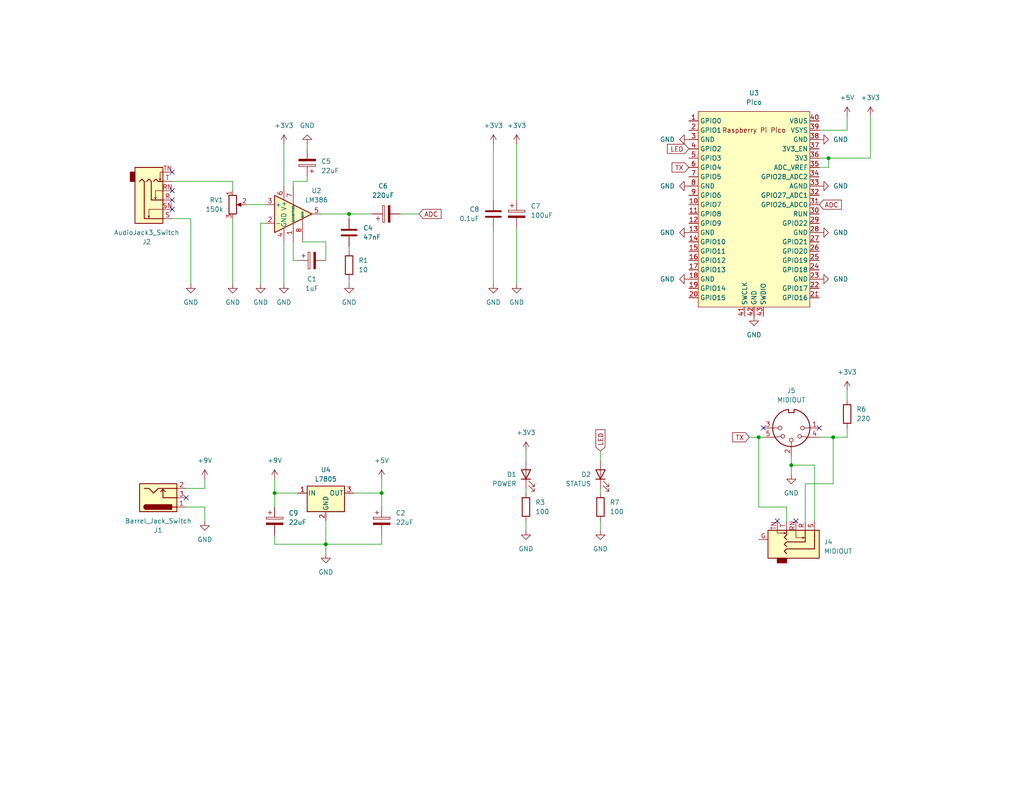
<source format=kicad_sch>
(kicad_sch (version 20230121) (generator eeschema)
  (paper "USLetter")
  (title_block (title "Pico Guitar Midi Tracker") (date "2023-09-30") (rev "Rev1") (company "D Cooper Dalrymple"))
  (lib_symbols
    (symbol "Amplifier_Audio:LM386" (pin_names (offset 0.127))
      (property "Reference" "U" (at 1.27 7.62 0))
      (property "Value" "LM386" (at 1.27 5.08 0))
      (symbol "LM386_0_1"
        (polyline (pts (xy 5.08 0) (xy -5.08 5.08) (xy -5.08 -5.08) (xy 5.08 0)) (stroke (width 0.254)) (fill (type background)))
      )
      (symbol "LM386_1_1"
        (pin input line (at 0 -7.62 90) (length 5.08) (name "GAIN") (number "1"))
        (pin input line (at -7.62 -2.54 0) (length 2.54) (name "-") (number "2"))
        (pin input line (at -7.62 2.54 0) (length 2.54) (name "+") (number "3"))
        (pin power_in line (at -2.54 -7.62 90) (length 3.81) (name "GND") (number "4"))
        (pin output line (at 7.62 0 180) (length 2.54) (name "~") (number "5"))
        (pin power_in line (at -2.54 7.62 270) (length 3.81) (name "V+") (number "6"))
        (pin input line (at 0 7.62 270) (length 5.08) (name "BYPASS") (number "7"))
        (pin input line (at 2.54 -7.62 90) (length 6.35) (name "GAIN") (number "8"))
      )
    )
    (symbol "Connector:Barrel_Jack_Switch" (pin_names hide)
      (property "Reference" "J" (at 0 5.334 0))
      (property "Value" "Barrel_Jack_Switch" (at 0 -5.08 0))
      (symbol "Barrel_Jack_Switch_0_1"
        (rectangle (start -5.08 3.81) (end 5.08 -3.81) (stroke (width 0.254)) (fill (type background)))
        (arc (start -3.302 3.175) (mid -3.9343 2.54) (end -3.302 1.905) (stroke (width 0.254)))
        (arc (start -3.302 3.175) (mid -3.9343 2.54) (end -3.302 1.905) (stroke (width 0.254)) (fill (type outline)))
        (polyline (pts (xy 1.27 -2.286) (xy 1.905 -1.651)) (stroke (width 0.254)))
        (polyline (pts (xy 5.08 2.54) (xy 3.81 2.54)) (stroke (width 0.254)))
        (polyline (pts (xy 5.08 0) (xy 1.27 0) (xy 1.27 -2.286) (xy 0.635 -1.651)) (stroke (width 0.254)))
        (polyline (pts (xy -3.81 -2.54) (xy -2.54 -2.54) (xy -1.27 -1.27) (xy 0 -2.54) (xy 2.54 -2.54) (xy 5.08 -2.54)) (stroke (width 0.254)))
        (rectangle (start 3.683 3.175) (end -3.302 1.905) (stroke (width 0.254)) (fill (type outline)))
      )
      (symbol "Barrel_Jack_Switch_1_1"
        (pin passive line (at 7.62 2.54 180) (length 2.54) (name "~") (number "1"))
        (pin passive line (at 7.62 -2.54 180) (length 2.54) (name "~") (number "2"))
        (pin passive line (at 7.62 0 180) (length 2.54) (name "~") (number "3"))
      )
    )
    (symbol "Connector:DIN-5_180degree" (pin_names (offset 1.016))
      (property "Reference" "J" (at 3.175 5.715 0))
      (property "Value" "DIN-5_180degree" (at 0 -6.35 0))
      (symbol "DIN-5_180degree_0_1"
        (arc (start -5.08 0) (mid -3.8609 -3.3364) (end -0.762 -5.08) (stroke (width 0.254)))
        (circle (center -3.048 0) (radius 0.508))
        (circle (center -2.286 2.286) (radius 0.508))
        (polyline (pts (xy -5.08 0) (xy -3.556 0)))
        (polyline (pts (xy 0 5.08) (xy 0 3.81)))
        (polyline (pts (xy 5.08 0) (xy 3.556 0)))
        (polyline (pts (xy -5.08 2.54) (xy -4.318 2.54) (xy -2.794 2.286)))
        (polyline (pts (xy 5.08 2.54) (xy 4.318 2.54) (xy 2.794 2.286)))
        (polyline (pts (xy -0.762 -4.953) (xy -0.762 -4.191) (xy 0.762 -4.191) (xy 0.762 -4.953)) (stroke (width 0.254)))
        (circle (center 0 3.302) (radius 0.508))
        (arc (start 0.762 -5.08) (mid 3.8685 -3.343) (end 5.08 0) (stroke (width 0.254)))
        (circle (center 2.286 2.286) (radius 0.508))
        (circle (center 3.048 0) (radius 0.508))
        (arc (start 5.08 0) (mid 0 5.0579) (end -5.08 0) (stroke (width 0.254)))
      )
      (symbol "DIN-5_180degree_1_1"
        (pin passive line (at -7.62 0 0) (length 2.54) (name "~") (number "1"))
        (pin passive line (at 0 7.62 270) (length 2.54) (name "~") (number "2"))
        (pin passive line (at 7.62 0 180) (length 2.54) (name "~") (number "3"))
        (pin passive line (at -7.62 2.54 0) (length 2.54) (name "~") (number "4"))
        (pin passive line (at 7.62 2.54 180) (length 2.54) (name "~") (number "5"))
      )
    )
    (symbol "Connector_Audio:AudioJack3_Ground_SwitchTR"
      (property "Reference" "J" (at 0 8.89 0))
      (property "Value" "AudioJack3_Ground_SwitchTR" (at 0 6.35 0))
      (symbol "AudioJack3_Ground_SwitchTR_0_1"
        (rectangle (start -5.08 -5.08) (end -6.35 -7.62) (stroke (width 0.254)) (fill (type outline)))
        (polyline (pts (xy 0.508 -0.254) (xy 0.762 -0.762)))
        (polyline (pts (xy 1.778 -5.334) (xy 2.032 -5.842)))
        (polyline (pts (xy 0 -5.08) (xy 0.635 -5.715) (xy 1.27 -5.08) (xy 2.54 -5.08)) (stroke (width 0.254)))
        (polyline (pts (xy 2.54 -7.62) (xy 1.778 -7.62) (xy 1.778 -5.334) (xy 1.524 -5.842)))
        (polyline (pts (xy 2.54 -2.54) (xy 0.508 -2.54) (xy 0.508 -0.254) (xy 0.254 -0.762)))
        (polyline (pts (xy -1.905 -5.08) (xy -1.27 -5.715) (xy -0.635 -5.08) (xy -0.635 0) (xy 2.54 0)) (stroke (width 0.254)))
        (polyline (pts (xy 2.54 2.54) (xy -2.54 2.54) (xy -2.54 -5.08) (xy -3.175 -5.715) (xy -3.81 -5.08)) (stroke (width 0.254)))
        (rectangle (start 2.54 3.81) (end -5.08 -10.16) (stroke (width 0.254)) (fill (type background)))
      )
      (symbol "AudioJack3_Ground_SwitchTR_1_1"
        (pin passive line (at 0 -12.7 90) (length 2.54) (name "~") (number "G"))
        (pin passive line (at 5.08 0 180) (length 2.54) (name "~") (number "R"))
        (pin passive line (at 5.08 -2.54 180) (length 2.54) (name "~") (number "RN"))
        (pin passive line (at 5.08 2.54 180) (length 2.54) (name "~") (number "S"))
        (pin passive line (at 5.08 -5.08 180) (length 2.54) (name "~") (number "T"))
        (pin passive line (at 5.08 -7.62 180) (length 2.54) (name "~") (number "TN"))
      )
    )
    (symbol "Connector_Audio:AudioJack3_Switch"
      (property "Reference" "J" (at 0 11.43 0))
      (property "Value" "AudioJack3_Switch" (at 0 8.89 0))
      (symbol "AudioJack3_Switch_0_1"
        (rectangle (start -5.08 -5.08) (end -6.35 -7.62) (stroke (width 0.254)) (fill (type outline)))
        (polyline (pts (xy -1.27 4.826) (xy -1.016 4.318)))
        (polyline (pts (xy 0.508 -0.254) (xy 0.762 -0.762)))
        (polyline (pts (xy 1.778 -5.334) (xy 2.032 -5.842)))
        (polyline (pts (xy 0 -5.08) (xy 0.635 -5.715) (xy 1.27 -5.08) (xy 2.54 -5.08)) (stroke (width 0.254)))
        (polyline (pts (xy 2.54 -7.62) (xy 1.778 -7.62) (xy 1.778 -5.334) (xy 1.524 -5.842)))
        (polyline (pts (xy 2.54 -2.54) (xy 0.508 -2.54) (xy 0.508 -0.254) (xy 0.254 -0.762)))
        (polyline (pts (xy 2.54 2.54) (xy -1.27 2.54) (xy -1.27 4.826) (xy -1.524 4.318)))
        (polyline (pts (xy -1.905 -5.08) (xy -1.27 -5.715) (xy -0.635 -5.08) (xy -0.635 0) (xy 2.54 0)) (stroke (width 0.254)))
        (polyline (pts (xy 2.54 5.08) (xy -2.54 5.08) (xy -2.54 -5.08) (xy -3.175 -5.715) (xy -3.81 -5.08)) (stroke (width 0.254)))
        (rectangle (start 2.54 6.35) (end -5.08 -8.89) (stroke (width 0.254)) (fill (type background)))
      )
      (symbol "AudioJack3_Switch_1_1"
        (pin passive line (at 5.08 0 180) (length 2.54) (name "~") (number "R"))
        (pin passive line (at 5.08 -2.54 180) (length 2.54) (name "~") (number "RN"))
        (pin passive line (at 5.08 5.08 180) (length 2.54) (name "~") (number "S"))
        (pin passive line (at 5.08 2.54 180) (length 2.54) (name "~") (number "SN"))
        (pin passive line (at 5.08 -5.08 180) (length 2.54) (name "~") (number "T"))
        (pin passive line (at 5.08 -7.62 180) (length 2.54) (name "~") (number "TN"))
      )
    )
    (symbol "Device:C" (pin_numbers hide) (pin_names (offset 0.254))
      (property "Reference" "C" (at 0.635 2.54 0))
      (property "Value" "C" (at 0.635 -2.54 0))
      (symbol "C_0_1"
        (polyline (pts (xy -2.032 -0.762) (xy 2.032 -0.762)) (stroke (width 0.508)))
        (polyline (pts (xy -2.032 0.762) (xy 2.032 0.762)) (stroke (width 0.508)))
      )
      (symbol "C_1_1"
        (pin passive line (at 0 3.81 270) (length 2.794) (name "~") (number "1"))
        (pin passive line (at 0 -3.81 90) (length 2.794) (name "~") (number "2"))
      )
    )
    (symbol "Device:C_Polarized" (pin_numbers hide) (pin_names (offset 0.254))
      (property "Reference" "C" (at 0.635 2.54 0))
      (property "Value" "C_Polarized" (at 0.635 -2.54 0))
      (symbol "C_Polarized_0_1"
        (rectangle (start -2.286 0.508) (end 2.286 1.016))
        (polyline (pts (xy -1.778 2.286) (xy -0.762 2.286)))
        (polyline (pts (xy -1.27 2.794) (xy -1.27 1.778)))
        (rectangle (start 2.286 -0.508) (end -2.286 -1.016) (fill (type outline)))
      )
      (symbol "C_Polarized_1_1"
        (pin passive line (at 0 3.81 270) (length 2.794) (name "~") (number "1"))
        (pin passive line (at 0 -3.81 90) (length 2.794) (name "~") (number "2"))
      )
    )
    (symbol "Device:LED" (pin_numbers hide) (pin_names (offset 1.016) hide)
      (property "Reference" "D" (at 0 2.54 0))
      (property "Value" "LED" (at 0 -2.54 0))
      (symbol "LED_0_1"
        (polyline (pts (xy -1.27 -1.27) (xy -1.27 1.27)) (stroke (width 0.254)))
        (polyline (pts (xy -1.27 0) (xy 1.27 0)))
        (polyline (pts (xy 1.27 -1.27) (xy 1.27 1.27) (xy -1.27 0) (xy 1.27 -1.27)) (stroke (width 0.254)))
        (polyline (pts (xy -3.048 -0.762) (xy -4.572 -2.286) (xy -3.81 -2.286) (xy -4.572 -2.286) (xy -4.572 -1.524)))
        (polyline (pts (xy -1.778 -0.762) (xy -3.302 -2.286) (xy -2.54 -2.286) (xy -3.302 -2.286) (xy -3.302 -1.524)))
      )
      (symbol "LED_1_1"
        (pin passive line (at -3.81 0 0) (length 2.54) (name "K") (number "1"))
        (pin passive line (at 3.81 0 180) (length 2.54) (name "A") (number "2"))
      )
    )
    (symbol "Device:R" (pin_numbers hide) (pin_names (offset 0))
      (property "Reference" "R" (at 2.032 0 90))
      (property "Value" "R" (at 0 0 90))
      (symbol "R_0_1"
        (rectangle (start -1.016 -2.54) (end 1.016 2.54) (stroke (width 0.254)))
      )
      (symbol "R_1_1"
        (pin passive line (at 0 3.81 270) (length 1.27) (name "~") (number "1"))
        (pin passive line (at 0 -3.81 90) (length 1.27) (name "~") (number "2"))
      )
    )
    (symbol "Device:R_Potentiometer" (pin_names (offset 1.016) hide)
      (property "Reference" "RV" (at -4.445 0 90))
      (property "Value" "R_Potentiometer" (at -2.54 0 90))
      (symbol "R_Potentiometer_0_1"
        (polyline (pts (xy 2.54 0) (xy 1.524 0)))
        (polyline (pts (xy 1.143 0) (xy 2.286 0.508) (xy 2.286 -0.508) (xy 1.143 0)) (fill (type outline)))
        (rectangle (start 1.016 2.54) (end -1.016 -2.54) (stroke (width 0.254)))
      )
      (symbol "R_Potentiometer_1_1"
        (pin passive line (at 0 3.81 270) (length 1.27) (name "1") (number "1"))
        (pin passive line (at 3.81 0 180) (length 1.27) (name "2") (number "2"))
        (pin passive line (at 0 -3.81 90) (length 1.27) (name "3") (number "3"))
      )
    )
    (symbol "MCU_RaspberryPi_and_Boards:Pico"
      (property "Reference" "U" (at -13.97 27.94 0))
      (property "Value" "Pico" (at 0 19.05 0))
      (symbol "Pico_0_0"
        (text "Raspberry Pi Pico" (at 0 21.59 0) (effects (font (size 1.27 1.27))))
      )
      (symbol "Pico_0_1"
        (rectangle (start -15.24 26.67) (end 15.24 -26.67) (fill (type background)))
      )
      (symbol "Pico_1_1"
        (pin bidirectional line (at -17.78 24.13 0) (length 2.54) (name "GPIO0") (number "1"))
        (pin bidirectional line (at -17.78 1.27 0) (length 2.54) (name "GPIO7") (number "10"))
        (pin bidirectional line (at -17.78 -1.27 0) (length 2.54) (name "GPIO8") (number "11"))
        (pin bidirectional line (at -17.78 -3.81 0) (length 2.54) (name "GPIO9") (number "12"))
        (pin power_in line (at -17.78 -6.35 0) (length 2.54) (name "GND") (number "13"))
        (pin bidirectional line (at -17.78 -8.89 0) (length 2.54) (name "GPIO10") (number "14"))
        (pin bidirectional line (at -17.78 -11.43 0) (length 2.54) (name "GPIO11") (number "15"))
        (pin bidirectional line (at -17.78 -13.97 0) (length 2.54) (name "GPIO12") (number "16"))
        (pin bidirectional line (at -17.78 -16.51 0) (length 2.54) (name "GPIO13") (number "17"))
        (pin power_in line (at -17.78 -19.05 0) (length 2.54) (name "GND") (number "18"))
        (pin bidirectional line (at -17.78 -21.59 0) (length 2.54) (name "GPIO14") (number "19"))
        (pin bidirectional line (at -17.78 21.59 0) (length 2.54) (name "GPIO1") (number "2"))
        (pin bidirectional line (at -17.78 -24.13 0) (length 2.54) (name "GPIO15") (number "20"))
        (pin bidirectional line (at 17.78 -24.13 180) (length 2.54) (name "GPIO16") (number "21"))
        (pin bidirectional line (at 17.78 -21.59 180) (length 2.54) (name "GPIO17") (number "22"))
        (pin power_in line (at 17.78 -19.05 180) (length 2.54) (name "GND") (number "23"))
        (pin bidirectional line (at 17.78 -16.51 180) (length 2.54) (name "GPIO18") (number "24"))
        (pin bidirectional line (at 17.78 -13.97 180) (length 2.54) (name "GPIO19") (number "25"))
        (pin bidirectional line (at 17.78 -11.43 180) (length 2.54) (name "GPIO20") (number "26"))
        (pin bidirectional line (at 17.78 -8.89 180) (length 2.54) (name "GPIO21") (number "27"))
        (pin power_in line (at 17.78 -6.35 180) (length 2.54) (name "GND") (number "28"))
        (pin bidirectional line (at 17.78 -3.81 180) (length 2.54) (name "GPIO22") (number "29"))
        (pin power_in line (at -17.78 19.05 0) (length 2.54) (name "GND") (number "3"))
        (pin input line (at 17.78 -1.27 180) (length 2.54) (name "RUN") (number "30"))
        (pin bidirectional line (at 17.78 1.27 180) (length 2.54) (name "GPIO26_ADC0") (number "31"))
        (pin bidirectional line (at 17.78 3.81 180) (length 2.54) (name "GPIO27_ADC1") (number "32"))
        (pin power_in line (at 17.78 6.35 180) (length 2.54) (name "AGND") (number "33"))
        (pin bidirectional line (at 17.78 8.89 180) (length 2.54) (name "GPIO28_ADC2") (number "34"))
        (pin power_in line (at 17.78 11.43 180) (length 2.54) (name "ADC_VREF") (number "35"))
        (pin power_in line (at 17.78 13.97 180) (length 2.54) (name "3V3") (number "36"))
        (pin input line (at 17.78 16.51 180) (length 2.54) (name "3V3_EN") (number "37"))
        (pin bidirectional line (at 17.78 19.05 180) (length 2.54) (name "GND") (number "38"))
        (pin power_in line (at 17.78 21.59 180) (length 2.54) (name "VSYS") (number "39"))
        (pin bidirectional line (at -17.78 16.51 0) (length 2.54) (name "GPIO2") (number "4"))
        (pin power_in line (at 17.78 24.13 180) (length 2.54) (name "VBUS") (number "40"))
        (pin input line (at -2.54 -29.21 90) (length 2.54) (name "SWCLK") (number "41"))
        (pin power_in line (at 0 -29.21 90) (length 2.54) (name "GND") (number "42"))
        (pin bidirectional line (at 2.54 -29.21 90) (length 2.54) (name "SWDIO") (number "43"))
        (pin bidirectional line (at -17.78 13.97 0) (length 2.54) (name "GPIO3") (number "5"))
        (pin bidirectional line (at -17.78 11.43 0) (length 2.54) (name "GPIO4") (number "6"))
        (pin bidirectional line (at -17.78 8.89 0) (length 2.54) (name "GPIO5") (number "7"))
        (pin power_in line (at -17.78 6.35 0) (length 2.54) (name "GND") (number "8"))
        (pin bidirectional line (at -17.78 3.81 0) (length 2.54) (name "GPIO6") (number "9"))
      )
    )
    (symbol "Regulator_Linear:L7805" (pin_names (offset 0.254))
      (property "Reference" "U" (at -3.81 3.175 0))
      (property "Value" "L7805" (at 0 3.175 0))
      (symbol "L7805_0_1"
        (rectangle (start -5.08 1.905) (end 5.08 -5.08) (stroke (width 0.254)) (fill (type background)))
      )
      (symbol "L7805_1_1"
        (pin power_in line (at -7.62 0 0) (length 2.54) (name "IN") (number "1"))
        (pin power_in line (at 0 -7.62 90) (length 2.54) (name "GND") (number "2"))
        (pin power_out line (at 7.62 0 180) (length 2.54) (name "OUT") (number "3"))
      )
    )
    (symbol "power:+3V3" (power) (pin_names (offset 0))
      (property "Value" "+3V3" (at 0 3.556 0))
      (symbol "+3V3_0_1"
        (polyline (pts (xy -0.762 1.27) (xy 0 2.54)))
        (polyline (pts (xy 0 0) (xy 0 2.54)))
        (polyline (pts (xy 0 2.54) (xy 0.762 1.27)))
      )
      (symbol "+3V3_1_1"
        (pin power_in line (at 0 0 90) (length 0) hide (name "+3V3") (number "1"))
      )
    )
    (symbol "power:+5V" (power) (pin_names (offset 0))
      (property "Value" "+5V" (at 0 3.556 0))
      (symbol "+5V_0_1"
        (polyline (pts (xy -0.762 1.27) (xy 0 2.54)))
        (polyline (pts (xy 0 0) (xy 0 2.54)))
        (polyline (pts (xy 0 2.54) (xy 0.762 1.27)))
      )
      (symbol "+5V_1_1"
        (pin power_in line (at 0 0 90) (length 0) hide (name "+5V") (number "1"))
      )
    )
    (symbol "power:+9V" (power) (pin_names (offset 0))
      (property "Value" "+9V" (at 0 3.556 0))
      (symbol "+9V_0_1"
        (polyline (pts (xy -0.762 1.27) (xy 0 2.54)))
        (polyline (pts (xy 0 0) (xy 0 2.54)))
        (polyline (pts (xy 0 2.54) (xy 0.762 1.27)))
      )
      (symbol "+9V_1_1"
        (pin power_in line (at 0 0 90) (length 0) hide (name "+9V") (number "1"))
      )
    )
    (symbol "power:GND" (power) (pin_names (offset 0))
      (property "Value" "GND" (at 0 -3.81 0))
      (symbol "GND_0_1"
        (polyline (pts (xy 0 0) (xy 0 -1.27) (xy 1.27 -1.27) (xy 0 -2.54) (xy -1.27 -1.27) (xy 0 -1.27)))
      )
      (symbol "GND_1_1"
        (pin power_in line (at 0 0 270) (length 0) hide (name "GND") (number "1"))
      )
    )
  )
  (junction (at 227.33 119.38))
  (junction (at 226.06 43.18))
  (junction (at 74.93 134.62))
  (junction (at 88.9 148.59))
  (junction (at 207.01 119.38))
  (junction (at 95.25 58.42))
  (junction (at 104.14 134.62))
  (junction (at 215.9 127))
  (no_connect (at 212.09 142.24))
  (no_connect (at 50.8 135.89))
  (no_connect (at 208.28 116.84))
  (no_connect (at 217.17 142.24))
  (no_connect (at 223.52 116.84))
  (no_connect (at 46.99 46.99))
  (no_connect (at 46.99 57.15))
  (no_connect (at 46.99 52.07))
  (no_connect (at 46.99 54.61))
  (wire (pts (xy 63.5 49.53) (xy 46.99 49.53)))
  (wire (pts (xy 55.88 130.81) (xy 55.88 133.35)))
  (wire (pts (xy 80.01 49.53) (xy 80.01 50.8)))
  (wire (pts (xy 237.49 31.75) (xy 237.49 43.18)))
  (wire (pts (xy 63.5 59.69) (xy 63.5 77.47)))
  (wire (pts (xy 237.49 43.18) (xy 226.06 43.18)))
  (wire (pts (xy 219.71 142.24) (xy 219.71 132.08)))
  (wire (pts (xy 134.62 39.37) (xy 134.62 54.61)))
  (wire (pts (xy 231.14 106.68) (xy 231.14 109.22)))
  (wire (pts (xy 83.82 49.53) (xy 80.01 49.53)))
  (wire (pts (xy 231.14 119.38) (xy 231.14 116.84)))
  (wire (pts (xy 95.25 67.31) (xy 95.25 68.58)))
  (wire (pts (xy 163.83 123.19) (xy 163.83 125.73)))
  (wire (pts (xy 143.51 133.35) (xy 143.51 134.62)))
  (wire (pts (xy 50.8 138.43) (xy 55.88 138.43)))
  (wire (pts (xy 140.97 62.23) (xy 140.97 77.47)))
  (wire (pts (xy 88.9 142.24) (xy 88.9 148.59)))
  (wire (pts (xy 83.82 39.37) (xy 83.82 40.64)))
  (wire (pts (xy 87.63 58.42) (xy 95.25 58.42)))
  (wire (pts (xy 215.9 127) (xy 222.25 127)))
  (wire (pts (xy 140.97 39.37) (xy 140.97 54.61)))
  (wire (pts (xy 134.62 62.23) (xy 134.62 77.47)))
  (wire (pts (xy 72.39 60.96) (xy 71.12 60.96)))
  (wire (pts (xy 223.52 43.18) (xy 226.06 43.18)))
  (wire (pts (xy 88.9 148.59) (xy 104.14 148.59)))
  (wire (pts (xy 207.01 138.43) (xy 214.63 138.43)))
  (wire (pts (xy 74.93 130.81) (xy 74.93 134.62)))
  (wire (pts (xy 95.25 58.42) (xy 101.6 58.42)))
  (wire (pts (xy 114.3 58.42) (xy 109.22 58.42)))
  (wire (pts (xy 55.88 138.43) (xy 55.88 142.24)))
  (wire (pts (xy 104.14 130.81) (xy 104.14 134.62)))
  (wire (pts (xy 88.9 148.59) (xy 88.9 151.13)))
  (wire (pts (xy 143.51 142.24) (xy 143.51 144.78)))
  (wire (pts (xy 219.71 132.08) (xy 227.33 132.08)))
  (wire (pts (xy 226.06 43.18) (xy 226.06 45.72)))
  (wire (pts (xy 104.14 146.05) (xy 104.14 148.59)))
  (wire (pts (xy 231.14 31.75) (xy 231.14 35.56)))
  (wire (pts (xy 215.9 129.54) (xy 215.9 127)))
  (wire (pts (xy 204.47 119.38) (xy 207.01 119.38)))
  (wire (pts (xy 104.14 134.62) (xy 96.52 134.62)))
  (wire (pts (xy 74.93 134.62) (xy 74.93 138.43)))
  (wire (pts (xy 214.63 138.43) (xy 214.63 142.24)))
  (wire (pts (xy 163.83 133.35) (xy 163.83 134.62)))
  (wire (pts (xy 104.14 134.62) (xy 104.14 138.43)))
  (wire (pts (xy 55.88 133.35) (xy 50.8 133.35)))
  (wire (pts (xy 77.47 77.47) (xy 77.47 66.04)))
  (wire (pts (xy 215.9 127) (xy 215.9 124.46)))
  (wire (pts (xy 226.06 45.72) (xy 223.52 45.72)))
  (wire (pts (xy 163.83 142.24) (xy 163.83 144.78)))
  (wire (pts (xy 222.25 127) (xy 222.25 142.24)))
  (wire (pts (xy 95.25 59.69) (xy 95.25 58.42)))
  (wire (pts (xy 80.01 66.04) (xy 80.01 71.12)))
  (wire (pts (xy 71.12 60.96) (xy 71.12 77.47)))
  (wire (pts (xy 223.52 119.38) (xy 227.33 119.38)))
  (wire (pts (xy 143.51 123.19) (xy 143.51 125.73)))
  (wire (pts (xy 52.07 59.69) (xy 52.07 77.47)))
  (wire (pts (xy 207.01 119.38) (xy 208.28 119.38)))
  (wire (pts (xy 95.25 76.2) (xy 95.25 77.47)))
  (wire (pts (xy 83.82 48.26) (xy 83.82 49.53)))
  (wire (pts (xy 74.93 134.62) (xy 81.28 134.62)))
  (wire (pts (xy 74.93 146.05) (xy 74.93 148.59)))
  (wire (pts (xy 227.33 132.08) (xy 227.33 119.38)))
  (wire (pts (xy 82.55 66.04) (xy 88.9 66.04)))
  (wire (pts (xy 80.01 71.12) (xy 81.28 71.12)))
  (wire (pts (xy 77.47 39.37) (xy 77.47 50.8)))
  (wire (pts (xy 231.14 35.56) (xy 223.52 35.56)))
  (wire (pts (xy 88.9 66.04) (xy 88.9 71.12)))
  (wire (pts (xy 63.5 52.07) (xy 63.5 49.53)))
  (wire (pts (xy 207.01 119.38) (xy 207.01 138.43)))
  (wire (pts (xy 67.31 55.88) (xy 72.39 55.88)))
  (wire (pts (xy 74.93 148.59) (xy 88.9 148.59)))
  (wire (pts (xy 46.99 59.69) (xy 52.07 59.69)))
  (wire (pts (xy 227.33 119.38) (xy 231.14 119.38)))
  (global_label "LED" (shape input) (at 187.96 40.64 180) (property "Intersheetrefs" "${INTERSHEET_REFS}" (effects hide)))
  (global_label "TX" (shape input) (at 204.47 119.38 180) (property "Intersheetrefs" "${INTERSHEET_REFS}" (effects hide)))
  (global_label "TX" (shape input) (at 187.96 45.72 180) (property "Intersheetrefs" "${INTERSHEET_REFS}" (effects hide)))
  (global_label "ADC" (shape input) (at 223.52 55.88 0) (property "Intersheetrefs" "${INTERSHEET_REFS}" (effects hide)))
  (global_label "ADC" (shape input) (at 114.3 58.42 0) (property "Intersheetrefs" "${INTERSHEET_REFS}" (effects hide)))
  (global_label "LED" (shape input) (at 163.83 123.19 90) (property "Intersheetrefs" "${INTERSHEET_REFS}" (effects hide)))
  (symbol (lib_id "Device:R_Potentiometer") (at 63.5 55.88 0) (unit 1)
    (property "Reference" "RV1" (at 60.96 54.61 0) (effects (justify right)))
    (property "Value" "150k" (at 60.96 57.15 0) (effects (justify right)))
  )
  (symbol (lib_id "power:GND") (at 140.97 77.47 0) (unit 1)
    (property "Reference" "#PWR032" (effects hide))
    (property "Value" "GND" (at 140.97 82.55 0))
  )
  (symbol (lib_id "power:+3V3") (at 237.49 31.75 0) (unit 1)
    (property "Reference" "#PWR022" (effects hide))
    (property "Value" "+3V3" (at 237.49 26.67 0))
  )
  (symbol (lib_id "power:+3V3") (at 143.51 123.19 0) (unit 1)
    (property "Reference" "#PWR023" (effects hide))
    (property "Value" "+3V3" (at 143.51 118.11 0))
  )
  (symbol (lib_id "power:GND") (at 215.9 129.54 0) (unit 1)
    (property "Reference" "#PWR024" (effects hide))
    (property "Value" "GND" (at 215.9 134.62 0))
  )
  (symbol (lib_id "power:GND") (at 187.96 63.5 270) (unit 1)
    (property "Reference" "#PWR015" (effects hide))
    (property "Value" "GND" (at 184.15 63.5 90) (effects (justify right)))
  )
  (symbol (lib_id "Device:LED") (at 143.51 129.54 90) (unit 1)
    (property "Reference" "D1" (at 140.97 129.54 90) (effects (justify left)))
    (property "Value" "POWER" (at 140.97 132.08 90) (effects (justify left)))
  )
  (symbol (lib_id "power:GND") (at 187.96 38.1 270) (unit 1)
    (property "Reference" "#PWR013" (effects hide))
    (property "Value" "GND" (at 184.15 38.1 90) (effects (justify right)))
  )
  (symbol (lib_id "Regulator_Linear:L7805") (at 88.9 134.62 0) (unit 1)
    (property "Reference" "U4" (at 88.9 128.27 0))
    (property "Value" "L7805" (at 88.9 130.81 0))
    (property "Datasheet" "http://www.st.com/content/ccc/resource/technical/document/datasheet/41/4f/b3/b0/12/d4/47/88/CD00000444.pdf/files/CD00000444.pdf/jcr:content/translations/en.CD00000444.pdf" (effects hide))
  )
  (symbol (lib_id "power:GND") (at 52.07 77.47 0) (unit 1)
    (property "Reference" "#PWR026" (effects hide))
    (property "Value" "GND" (at 52.07 82.55 0))
  )
  (symbol (lib_id "power:GND") (at 88.9 151.13 0) (unit 1)
    (property "Reference" "#PWR07" (effects hide))
    (property "Value" "GND" (at 88.9 156.21 0))
  )
  (symbol (lib_id "power:+9V") (at 74.93 130.81 0) (unit 1)
    (property "Reference" "#PWR05" (effects hide))
    (property "Value" "+9V" (at 74.93 125.73 0))
  )
  (symbol (lib_id "Device:C") (at 95.25 63.5 180) (unit 1)
    (property "Reference" "C4" (at 99.06 62.23 0) (effects (justify right)))
    (property "Value" "47nF" (at 99.06 64.77 0) (effects (justify right)))
  )
  (symbol (lib_id "power:+3V3") (at 231.14 106.68 0) (unit 1)
    (property "Reference" "#PWR025" (effects hide))
    (property "Value" "+3V3" (at 231.14 101.6 0))
  )
  (symbol (lib_id "power:GND") (at 77.47 77.47 0) (unit 1)
    (property "Reference" "#PWR010" (effects hide))
    (property "Value" "GND" (at 77.47 82.55 0))
  )
  (symbol (lib_id "MCU_RaspberryPi_and_Boards:Pico") (at 205.74 57.15 0) (unit 1)
    (property "Reference" "U3" (at 205.74 25.4 0))
    (property "Value" "Pico" (at 205.74 27.94 0))
    (property "Footprint" "RPi_Pico:RPi_Pico_SMD_TH" (effects hide))
  )
  (symbol (lib_id "power:GND") (at 55.88 142.24 0) (unit 1)
    (property "Reference" "#PWR04" (effects hide))
    (property "Value" "GND" (at 55.88 147.32 0))
  )
  (symbol (lib_id "Device:C") (at 134.62 58.42 0) (mirror y) (unit 1)
    (property "Reference" "C8" (at 130.81 57.15 0) (effects (justify left)))
    (property "Value" "0.1uF" (at 130.81 59.69 0) (effects (justify left)))
  )
  (symbol (lib_id "power:GND") (at 83.82 39.37 180) (unit 1)
    (property "Reference" "#PWR011" (effects hide))
    (property "Value" "GND" (at 83.82 34.29 0))
  )
  (symbol (lib_id "Device:R") (at 231.14 113.03 0) (unit 1)
    (property "Reference" "R6" (at 233.68 111.76 0) (effects (justify left)))
    (property "Value" "220" (at 233.68 114.3 0) (effects (justify left)))
  )
  (symbol (lib_id "Device:C_Polarized") (at 104.14 142.24 0) (unit 1)
    (property "Reference" "C2" (at 107.95 140.081 0) (effects (justify left)))
    (property "Value" "22uF" (at 107.95 142.621 0) (effects (justify left)))
  )
  (symbol (lib_id "Connector:DIN-5_180degree") (at 215.9 116.84 180) (unit 1)
    (property "Reference" "J5" (at 215.8999 106.68 0))
    (property "Value" "MIDIOUT" (at 215.8999 109.22 0))
    (property "Datasheet" "http://www.mouser.com/ds/2/18/40_c091_abd_e-75918.pdf" (effects hide))
  )
  (symbol (lib_id "Device:C_Polarized") (at 85.09 71.12 90) (mirror x) (unit 1)
    (property "Reference" "C1" (at 85.09 76.2 90))
    (property "Value" "1uF" (at 85.09 78.74 90))
  )
  (symbol (lib_id "Device:C_Polarized") (at 140.97 58.42 0) (unit 1)
    (property "Reference" "C7" (at 144.78 56.261 0) (effects (justify left)))
    (property "Value" "100uF" (at 144.78 58.801 0) (effects (justify left)))
  )
  (symbol (lib_id "power:GND") (at 223.52 63.5 90) (unit 1)
    (property "Reference" "#PWR019" (effects hide))
    (property "Value" "GND" (at 227.33 63.5 90) (effects (justify right)))
  )
  (symbol (lib_id "Device:R") (at 163.83 138.43 0) (unit 1)
    (property "Reference" "R7" (at 166.37 137.16 0) (effects (justify left)))
    (property "Value" "100" (at 166.37 139.7 0) (effects (justify left)))
  )
  (symbol (lib_id "power:GND") (at 71.12 77.47 0) (unit 1)
    (property "Reference" "#PWR02" (effects hide))
    (property "Value" "GND" (at 71.12 82.55 0))
  )
  (symbol (lib_id "power:+5V") (at 231.14 31.75 0) (unit 1)
    (property "Reference" "#PWR08" (effects hide))
    (property "Value" "+5V" (at 231.14 26.67 0))
  )
  (symbol (lib_id "Device:R") (at 95.25 72.39 180) (unit 1)
    (property "Reference" "R1" (at 97.79 71.12 0) (effects (justify right)))
    (property "Value" "10" (at 97.79 73.66 0) (effects (justify right)))
  )
  (symbol (lib_id "power:GND") (at 187.96 50.8 270) (unit 1)
    (property "Reference" "#PWR014" (effects hide))
    (property "Value" "GND" (at 184.15 50.8 90) (effects (justify right)))
  )
  (symbol (lib_id "power:+3V3") (at 77.47 39.37 0) (unit 1)
    (property "Reference" "#PWR028" (effects hide))
    (property "Value" "+3V3" (at 77.47 34.29 0))
  )
  (symbol (lib_id "power:GND") (at 134.62 77.47 0) (unit 1)
    (property "Reference" "#PWR031" (effects hide))
    (property "Value" "GND" (at 134.62 82.55 0))
  )
  (symbol (lib_id "Device:R") (at 143.51 138.43 0) (unit 1)
    (property "Reference" "R3" (at 146.05 137.16 0) (effects (justify left)))
    (property "Value" "100" (at 146.05 139.7 0) (effects (justify left)))
  )
  (symbol (lib_id "Amplifier_Audio:LM386") (at 80.01 58.42 0) (unit 1)
    (property "Reference" "U2" (at 86.36 52.07 0))
    (property "Value" "LM386" (at 86.36 54.61 0))
    (property "Datasheet" "http://www.ti.com/lit/ds/symlink/lm386.pdf" (effects hide))
  )
  (symbol (lib_id "Device:C_Polarized") (at 74.93 142.24 0) (unit 1)
    (property "Reference" "C9" (at 78.74 140.081 0) (effects (justify left)))
    (property "Value" "22uF" (at 78.74 142.621 0) (effects (justify left)))
  )
  (symbol (lib_id "power:GND") (at 163.83 144.78 0) (unit 1)
    (property "Reference" "#PWR027" (effects hide))
    (property "Value" "GND" (at 163.83 149.86 0))
  )
  (symbol (lib_id "power:GND") (at 205.74 86.36 0) (unit 1)
    (property "Reference" "#PWR017" (effects hide))
    (property "Value" "GND" (at 205.74 91.44 0))
  )
  (symbol (lib_id "power:GND") (at 223.52 76.2 90) (unit 1)
    (property "Reference" "#PWR018" (effects hide))
    (property "Value" "GND" (at 227.33 76.2 90) (effects (justify right)))
  )
  (symbol (lib_id "Connector_Audio:AudioJack3_Switch") (at 41.91 54.61 0) (mirror x) (unit 1)
    (property "Reference" "J2" (at 40.005 66.04 0))
    (property "Value" "AudioJack3_Switch" (at 40.005 63.5 0))
  )
  (symbol (lib_id "Connector:Barrel_Jack_Switch") (at 43.18 135.89 0) (mirror x) (unit 1)
    (property "Reference" "J1" (at 43.18 144.78 0))
    (property "Value" "Barrel_Jack_Switch" (at 43.18 142.24 0))
  )
  (symbol (lib_id "power:GND") (at 223.52 38.1 90) (unit 1)
    (property "Reference" "#PWR020" (effects hide))
    (property "Value" "GND" (at 227.33 38.1 90) (effects (justify right)))
  )
  (symbol (lib_id "power:GND") (at 223.52 50.8 90) (unit 1)
    (property "Reference" "#PWR021" (effects hide))
    (property "Value" "GND" (at 227.33 50.8 90) (effects (justify right)))
  )
  (symbol (lib_id "power:+3V3") (at 140.97 39.37 0) (unit 1)
    (property "Reference" "#PWR030" (effects hide))
    (property "Value" "+3V3" (at 140.97 34.29 0))
  )
  (symbol (lib_id "Connector_Audio:AudioJack3_Ground_SwitchTR") (at 219.71 147.32 270) (mirror x) (unit 1)
    (property "Reference" "J4" (at 224.79 147.955 90) (effects (justify left)))
    (property "Value" "MIDIOUT" (at 224.79 150.495 90) (effects (justify left)))
  )
  (symbol (lib_id "power:+5V") (at 104.14 130.81 0) (unit 1)
    (property "Reference" "#PWR06" (effects hide))
    (property "Value" "+5V" (at 104.14 125.73 0))
  )
  (symbol (lib_id "power:GND") (at 95.25 77.47 0) (unit 1)
    (property "Reference" "#PWR012" (effects hide))
    (property "Value" "GND" (at 95.25 82.55 0))
  )
  (symbol (lib_id "power:+3V3") (at 134.62 39.37 0) (unit 1)
    (property "Reference" "#PWR029" (effects hide))
    (property "Value" "+3V3" (at 134.62 34.29 0))
  )
  (symbol (lib_id "Device:C_Polarized") (at 105.41 58.42 90) (unit 1)
    (property "Reference" "C6" (at 104.521 50.8 90))
    (property "Value" "220uF" (at 104.521 53.34 90))
  )
  (symbol (lib_id "power:+9V") (at 55.88 130.81 0) (unit 1)
    (property "Reference" "#PWR03" (effects hide))
    (property "Value" "+9V" (at 55.88 125.73 0))
  )
  (symbol (lib_id "power:GND") (at 63.5 77.47 0) (unit 1)
    (property "Reference" "#PWR01" (effects hide))
    (property "Value" "GND" (at 63.5 82.55 0))
  )
  (symbol (lib_id "Device:C_Polarized") (at 83.82 44.45 180) (unit 1)
    (property "Reference" "C5" (at 87.63 44.069 0) (effects (justify right)))
    (property "Value" "22uF" (at 87.63 46.609 0) (effects (justify right)))
  )
  (symbol (lib_id "Device:LED") (at 163.83 129.54 90) (unit 1)
    (property "Reference" "D2" (at 161.29 129.54 90) (effects (justify left)))
    (property "Value" "STATUS" (at 161.29 132.08 90) (effects (justify left)))
  )
  (symbol (lib_id "power:GND") (at 143.51 144.78 0) (unit 1)
    (property "Reference" "#PWR09" (effects hide))
    (property "Value" "GND" (at 143.51 149.86 0))
  )
  (symbol (lib_id "power:GND") (at 187.96 76.2 270) (unit 1)
    (property "Reference" "#PWR016" (effects hide))
    (property "Value" "GND" (at 184.15 76.2 90) (effects (justify right)))
  )
)
</source>
